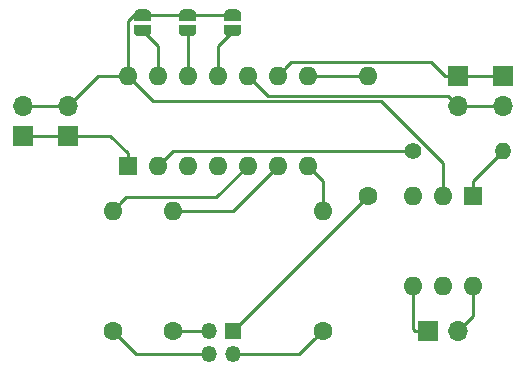
<source format=gbr>
G04 #@! TF.GenerationSoftware,KiCad,Pcbnew,(5.1.5)-3*
G04 #@! TF.CreationDate,2020-04-21T00:00:34+02:00*
G04 #@! TF.ProjectId,Multiplex,4d756c74-6970-46c6-9578-2e6b69636164,rev?*
G04 #@! TF.SameCoordinates,Original*
G04 #@! TF.FileFunction,Copper,L1,Top*
G04 #@! TF.FilePolarity,Positive*
%FSLAX46Y46*%
G04 Gerber Fmt 4.6, Leading zero omitted, Abs format (unit mm)*
G04 Created by KiCad (PCBNEW (5.1.5)-3) date 2020-04-21 00:00:34*
%MOMM*%
%LPD*%
G04 APERTURE LIST*
%ADD10O,1.600000X1.600000*%
%ADD11R,1.600000X1.600000*%
%ADD12O,1.400000X1.400000*%
%ADD13C,1.400000*%
%ADD14C,1.600000*%
%ADD15C,0.100000*%
%ADD16O,1.700000X1.700000*%
%ADD17R,1.700000X1.700000*%
%ADD18O,1.350000X1.350000*%
%ADD19R,1.350000X1.350000*%
%ADD20C,0.250000*%
G04 APERTURE END LIST*
D10*
X179070000Y-116840000D03*
X173990000Y-109220000D03*
X176530000Y-116840000D03*
X176530000Y-109220000D03*
X173990000Y-116840000D03*
D11*
X179070000Y-109220000D03*
D10*
X149860000Y-99060000D03*
X165100000Y-106680000D03*
X152400000Y-99060000D03*
X162560000Y-106680000D03*
X154940000Y-99060000D03*
X160020000Y-106680000D03*
X157480000Y-99060000D03*
X157480000Y-106680000D03*
X160020000Y-99060000D03*
X154940000Y-106680000D03*
X162560000Y-99060000D03*
X152400000Y-106680000D03*
X165100000Y-99060000D03*
D11*
X149860000Y-106680000D03*
D12*
X181610000Y-105410000D03*
D13*
X173990000Y-105410000D03*
D10*
X148590000Y-110490000D03*
D14*
X148590000Y-120650000D03*
D10*
X153670000Y-110490000D03*
D14*
X153670000Y-120650000D03*
D10*
X166370000Y-110490000D03*
D14*
X166370000Y-120650000D03*
D10*
X170180000Y-99060000D03*
D14*
X170180000Y-109220000D03*
G04 #@! TA.AperFunction,SMDPad,CuDef*
D15*
G36*
X151879398Y-95250000D02*
G01*
X151879398Y-95274534D01*
X151874588Y-95323365D01*
X151865016Y-95371490D01*
X151850772Y-95418445D01*
X151831995Y-95463778D01*
X151808864Y-95507051D01*
X151781604Y-95547850D01*
X151750476Y-95585779D01*
X151715779Y-95620476D01*
X151677850Y-95651604D01*
X151637051Y-95678864D01*
X151593778Y-95701995D01*
X151548445Y-95720772D01*
X151501490Y-95735016D01*
X151453365Y-95744588D01*
X151404534Y-95749398D01*
X151380000Y-95749398D01*
X151380000Y-95750000D01*
X150880000Y-95750000D01*
X150880000Y-95749398D01*
X150855466Y-95749398D01*
X150806635Y-95744588D01*
X150758510Y-95735016D01*
X150711555Y-95720772D01*
X150666222Y-95701995D01*
X150622949Y-95678864D01*
X150582150Y-95651604D01*
X150544221Y-95620476D01*
X150509524Y-95585779D01*
X150478396Y-95547850D01*
X150451136Y-95507051D01*
X150428005Y-95463778D01*
X150409228Y-95418445D01*
X150394984Y-95371490D01*
X150385412Y-95323365D01*
X150380602Y-95274534D01*
X150380602Y-95250000D01*
X150380000Y-95250000D01*
X150380000Y-94750000D01*
X151880000Y-94750000D01*
X151880000Y-95250000D01*
X151879398Y-95250000D01*
G37*
G04 #@! TD.AperFunction*
G04 #@! TA.AperFunction,SMDPad,CuDef*
G36*
X150380000Y-94450000D02*
G01*
X150380000Y-93950000D01*
X150380602Y-93950000D01*
X150380602Y-93925466D01*
X150385412Y-93876635D01*
X150394984Y-93828510D01*
X150409228Y-93781555D01*
X150428005Y-93736222D01*
X150451136Y-93692949D01*
X150478396Y-93652150D01*
X150509524Y-93614221D01*
X150544221Y-93579524D01*
X150582150Y-93548396D01*
X150622949Y-93521136D01*
X150666222Y-93498005D01*
X150711555Y-93479228D01*
X150758510Y-93464984D01*
X150806635Y-93455412D01*
X150855466Y-93450602D01*
X150880000Y-93450602D01*
X150880000Y-93450000D01*
X151380000Y-93450000D01*
X151380000Y-93450602D01*
X151404534Y-93450602D01*
X151453365Y-93455412D01*
X151501490Y-93464984D01*
X151548445Y-93479228D01*
X151593778Y-93498005D01*
X151637051Y-93521136D01*
X151677850Y-93548396D01*
X151715779Y-93579524D01*
X151750476Y-93614221D01*
X151781604Y-93652150D01*
X151808864Y-93692949D01*
X151831995Y-93736222D01*
X151850772Y-93781555D01*
X151865016Y-93828510D01*
X151874588Y-93876635D01*
X151879398Y-93925466D01*
X151879398Y-93950000D01*
X151880000Y-93950000D01*
X151880000Y-94450000D01*
X150380000Y-94450000D01*
G37*
G04 #@! TD.AperFunction*
G04 #@! TA.AperFunction,SMDPad,CuDef*
G36*
X155689398Y-95250000D02*
G01*
X155689398Y-95274534D01*
X155684588Y-95323365D01*
X155675016Y-95371490D01*
X155660772Y-95418445D01*
X155641995Y-95463778D01*
X155618864Y-95507051D01*
X155591604Y-95547850D01*
X155560476Y-95585779D01*
X155525779Y-95620476D01*
X155487850Y-95651604D01*
X155447051Y-95678864D01*
X155403778Y-95701995D01*
X155358445Y-95720772D01*
X155311490Y-95735016D01*
X155263365Y-95744588D01*
X155214534Y-95749398D01*
X155190000Y-95749398D01*
X155190000Y-95750000D01*
X154690000Y-95750000D01*
X154690000Y-95749398D01*
X154665466Y-95749398D01*
X154616635Y-95744588D01*
X154568510Y-95735016D01*
X154521555Y-95720772D01*
X154476222Y-95701995D01*
X154432949Y-95678864D01*
X154392150Y-95651604D01*
X154354221Y-95620476D01*
X154319524Y-95585779D01*
X154288396Y-95547850D01*
X154261136Y-95507051D01*
X154238005Y-95463778D01*
X154219228Y-95418445D01*
X154204984Y-95371490D01*
X154195412Y-95323365D01*
X154190602Y-95274534D01*
X154190602Y-95250000D01*
X154190000Y-95250000D01*
X154190000Y-94750000D01*
X155690000Y-94750000D01*
X155690000Y-95250000D01*
X155689398Y-95250000D01*
G37*
G04 #@! TD.AperFunction*
G04 #@! TA.AperFunction,SMDPad,CuDef*
G36*
X154190000Y-94450000D02*
G01*
X154190000Y-93950000D01*
X154190602Y-93950000D01*
X154190602Y-93925466D01*
X154195412Y-93876635D01*
X154204984Y-93828510D01*
X154219228Y-93781555D01*
X154238005Y-93736222D01*
X154261136Y-93692949D01*
X154288396Y-93652150D01*
X154319524Y-93614221D01*
X154354221Y-93579524D01*
X154392150Y-93548396D01*
X154432949Y-93521136D01*
X154476222Y-93498005D01*
X154521555Y-93479228D01*
X154568510Y-93464984D01*
X154616635Y-93455412D01*
X154665466Y-93450602D01*
X154690000Y-93450602D01*
X154690000Y-93450000D01*
X155190000Y-93450000D01*
X155190000Y-93450602D01*
X155214534Y-93450602D01*
X155263365Y-93455412D01*
X155311490Y-93464984D01*
X155358445Y-93479228D01*
X155403778Y-93498005D01*
X155447051Y-93521136D01*
X155487850Y-93548396D01*
X155525779Y-93579524D01*
X155560476Y-93614221D01*
X155591604Y-93652150D01*
X155618864Y-93692949D01*
X155641995Y-93736222D01*
X155660772Y-93781555D01*
X155675016Y-93828510D01*
X155684588Y-93876635D01*
X155689398Y-93925466D01*
X155689398Y-93950000D01*
X155690000Y-93950000D01*
X155690000Y-94450000D01*
X154190000Y-94450000D01*
G37*
G04 #@! TD.AperFunction*
G04 #@! TA.AperFunction,SMDPad,CuDef*
G36*
X159499398Y-95250000D02*
G01*
X159499398Y-95274534D01*
X159494588Y-95323365D01*
X159485016Y-95371490D01*
X159470772Y-95418445D01*
X159451995Y-95463778D01*
X159428864Y-95507051D01*
X159401604Y-95547850D01*
X159370476Y-95585779D01*
X159335779Y-95620476D01*
X159297850Y-95651604D01*
X159257051Y-95678864D01*
X159213778Y-95701995D01*
X159168445Y-95720772D01*
X159121490Y-95735016D01*
X159073365Y-95744588D01*
X159024534Y-95749398D01*
X159000000Y-95749398D01*
X159000000Y-95750000D01*
X158500000Y-95750000D01*
X158500000Y-95749398D01*
X158475466Y-95749398D01*
X158426635Y-95744588D01*
X158378510Y-95735016D01*
X158331555Y-95720772D01*
X158286222Y-95701995D01*
X158242949Y-95678864D01*
X158202150Y-95651604D01*
X158164221Y-95620476D01*
X158129524Y-95585779D01*
X158098396Y-95547850D01*
X158071136Y-95507051D01*
X158048005Y-95463778D01*
X158029228Y-95418445D01*
X158014984Y-95371490D01*
X158005412Y-95323365D01*
X158000602Y-95274534D01*
X158000602Y-95250000D01*
X158000000Y-95250000D01*
X158000000Y-94750000D01*
X159500000Y-94750000D01*
X159500000Y-95250000D01*
X159499398Y-95250000D01*
G37*
G04 #@! TD.AperFunction*
G04 #@! TA.AperFunction,SMDPad,CuDef*
G36*
X158000000Y-94450000D02*
G01*
X158000000Y-93950000D01*
X158000602Y-93950000D01*
X158000602Y-93925466D01*
X158005412Y-93876635D01*
X158014984Y-93828510D01*
X158029228Y-93781555D01*
X158048005Y-93736222D01*
X158071136Y-93692949D01*
X158098396Y-93652150D01*
X158129524Y-93614221D01*
X158164221Y-93579524D01*
X158202150Y-93548396D01*
X158242949Y-93521136D01*
X158286222Y-93498005D01*
X158331555Y-93479228D01*
X158378510Y-93464984D01*
X158426635Y-93455412D01*
X158475466Y-93450602D01*
X158500000Y-93450602D01*
X158500000Y-93450000D01*
X159000000Y-93450000D01*
X159000000Y-93450602D01*
X159024534Y-93450602D01*
X159073365Y-93455412D01*
X159121490Y-93464984D01*
X159168445Y-93479228D01*
X159213778Y-93498005D01*
X159257051Y-93521136D01*
X159297850Y-93548396D01*
X159335779Y-93579524D01*
X159370476Y-93614221D01*
X159401604Y-93652150D01*
X159428864Y-93692949D01*
X159451995Y-93736222D01*
X159470772Y-93781555D01*
X159485016Y-93828510D01*
X159494588Y-93876635D01*
X159499398Y-93925466D01*
X159499398Y-93950000D01*
X159500000Y-93950000D01*
X159500000Y-94450000D01*
X158000000Y-94450000D01*
G37*
G04 #@! TD.AperFunction*
D16*
X177800000Y-101600000D03*
D17*
X177800000Y-99060000D03*
D16*
X181610000Y-101600000D03*
D17*
X181610000Y-99060000D03*
D16*
X140970000Y-101600000D03*
D17*
X140970000Y-104140000D03*
D16*
X144780000Y-101600000D03*
D17*
X144780000Y-104140000D03*
D16*
X177800000Y-120650000D03*
D17*
X175260000Y-120650000D03*
D18*
X156750000Y-122650000D03*
X156750000Y-120650000D03*
X158750000Y-122650000D03*
D19*
X158750000Y-120650000D03*
D20*
X150590000Y-122650000D02*
X148590000Y-120650000D01*
X156750000Y-122650000D02*
X150590000Y-122650000D01*
X156750000Y-120650000D02*
X153670000Y-120650000D01*
X164370000Y-122650000D02*
X165570001Y-121449999D01*
X158750000Y-122650000D02*
X164370000Y-122650000D01*
X165570001Y-121449999D02*
X166370000Y-120650000D01*
X170180000Y-109220000D02*
X158750000Y-120650000D01*
X179070000Y-119380000D02*
X177800000Y-120650000D01*
X179070000Y-116840000D02*
X179070000Y-119380000D01*
X174160000Y-120650000D02*
X175260000Y-120650000D01*
X173990000Y-120480000D02*
X174160000Y-120650000D01*
X173990000Y-116840000D02*
X173990000Y-120480000D01*
X176530000Y-109220000D02*
X176530000Y-108088630D01*
X150659999Y-99859999D02*
X149860000Y-99060000D01*
X152000011Y-101200011D02*
X150659999Y-99859999D01*
X171297013Y-101200011D02*
X152000011Y-101200011D01*
X176530000Y-106432998D02*
X171297013Y-101200011D01*
X176530000Y-109220000D02*
X176530000Y-106432998D01*
X147320000Y-99060000D02*
X144780000Y-101600000D01*
X149860000Y-99060000D02*
X147320000Y-99060000D01*
X140970000Y-101600000D02*
X144780000Y-101600000D01*
X158750000Y-93950000D02*
X154940000Y-93950000D01*
X154940000Y-93950000D02*
X151130000Y-93950000D01*
X149860000Y-94472408D02*
X149860000Y-97928630D01*
X149860000Y-97928630D02*
X149860000Y-99060000D01*
X150382408Y-93950000D02*
X149860000Y-94472408D01*
X151130000Y-93950000D02*
X150382408Y-93950000D01*
X140970000Y-104140000D02*
X144780000Y-104140000D01*
X149860000Y-105630000D02*
X149860000Y-106680000D01*
X148370000Y-104140000D02*
X149860000Y-105630000D01*
X144780000Y-104140000D02*
X148370000Y-104140000D01*
X181610000Y-101600000D02*
X177800000Y-101600000D01*
X161710001Y-100750001D02*
X160819999Y-99859999D01*
X160819999Y-99859999D02*
X160020000Y-99060000D01*
X176950001Y-100750001D02*
X161710001Y-100750001D01*
X177800000Y-101600000D02*
X176950001Y-100750001D01*
X181610000Y-99060000D02*
X177800000Y-99060000D01*
X163359999Y-98260001D02*
X162560000Y-99060000D01*
X163685001Y-97934999D02*
X163359999Y-98260001D01*
X175574999Y-97934999D02*
X163685001Y-97934999D01*
X176700000Y-99060000D02*
X175574999Y-97934999D01*
X177800000Y-99060000D02*
X176700000Y-99060000D01*
X157480000Y-96520000D02*
X158750000Y-95250000D01*
X157480000Y-99060000D02*
X157480000Y-96520000D01*
X154940000Y-99060000D02*
X154940000Y-95250000D01*
X152400000Y-96520000D02*
X151130000Y-95250000D01*
X152400000Y-99060000D02*
X152400000Y-96520000D01*
X165100000Y-99060000D02*
X170180000Y-99060000D01*
X166370000Y-107950000D02*
X165899999Y-107479999D01*
X165899999Y-107479999D02*
X165100000Y-106680000D01*
X166370000Y-110490000D02*
X166370000Y-107950000D01*
X158750000Y-110490000D02*
X162560000Y-106680000D01*
X158750000Y-110490000D02*
X153670000Y-110490000D01*
X149389999Y-109690001D02*
X148590000Y-110490000D01*
X149715001Y-109364999D02*
X149389999Y-109690001D01*
X157335001Y-109364999D02*
X149715001Y-109364999D01*
X160020000Y-106680000D02*
X157335001Y-109364999D01*
X179070000Y-107950000D02*
X181610000Y-105410000D01*
X179070000Y-109220000D02*
X179070000Y-107950000D01*
X153670000Y-105410000D02*
X173990000Y-105410000D01*
X152400000Y-106680000D02*
X153670000Y-105410000D01*
M02*

</source>
